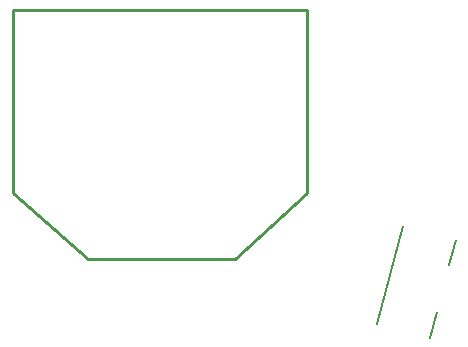
<source format=gbr>
%TF.GenerationSoftware,KiCad,Pcbnew,(5.1.8)-1*%
%TF.CreationDate,2021-01-11T11:59:14-08:00*%
%TF.ProjectId,v2attemptBlinky,76326174-7465-46d7-9074-426c696e6b79,rev?*%
%TF.SameCoordinates,Original*%
%TF.FileFunction,Legend,Bot*%
%TF.FilePolarity,Positive*%
%FSLAX46Y46*%
G04 Gerber Fmt 4.6, Leading zero omitted, Abs format (unit mm)*
G04 Created by KiCad (PCBNEW (5.1.8)-1) date 2021-01-11 11:59:14*
%MOMM*%
%LPD*%
G01*
G04 APERTURE LIST*
%ADD10C,0.150000*%
%ADD11C,0.254000*%
%ADD12O,2.600000X4.100000*%
%ADD13C,17.372000*%
%ADD14C,1.900000*%
G04 APERTURE END LIST*
D10*
%TO.C,SW1*%
X135086353Y-108958987D02*
X134491069Y-111180617D01*
X136716913Y-102873654D02*
X136147511Y-104998691D01*
X132273654Y-101683087D02*
X130047811Y-109990049D01*
D11*
%TO.C,BT1*%
X124078000Y-83394000D02*
X124078000Y-98888000D01*
X99186000Y-83394000D02*
X99186000Y-98888000D01*
X124078000Y-83394000D02*
X99186000Y-83394000D01*
X105536000Y-104476000D02*
X99186000Y-98888000D01*
X117982000Y-104476000D02*
X124078000Y-98888000D01*
X117982000Y-104476000D02*
X105536000Y-104476000D01*
%TD*%
%LPC*%
%TO.C,SW1*%
G36*
G01*
X131990994Y-109113101D02*
X133246698Y-109449565D01*
G75*
G02*
X134059871Y-110858022I-297642J-1110815D01*
G01*
X134059871Y-110858022D01*
G75*
G02*
X132651414Y-111671195I-1110815J297642D01*
G01*
X131395710Y-111334731D01*
G75*
G02*
X130582537Y-109926274I297642J1110815D01*
G01*
X130582537Y-109926274D01*
G75*
G02*
X131990994Y-109113101I1110815J-297642D01*
G01*
G37*
G36*
G01*
X134113310Y-101192509D02*
X135369014Y-101528973D01*
G75*
G02*
X136182187Y-102937430I-297642J-1110815D01*
G01*
X136182187Y-102937430D01*
G75*
G02*
X134773730Y-103750603I-1110815J297642D01*
G01*
X133518026Y-103414139D01*
G75*
G02*
X132704853Y-102005682I297642J1110815D01*
G01*
X132704853Y-102005682D01*
G75*
G02*
X134113310Y-101192509I1110815J-297642D01*
G01*
G37*
G36*
G01*
X132588816Y-107461552D02*
X133554742Y-107720372D01*
G75*
G02*
X134120428Y-108700168I-207055J-772741D01*
G01*
X134120428Y-108700168D01*
G75*
G02*
X133140632Y-109265854I-772741J207055D01*
G01*
X132174706Y-109007034D01*
G75*
G02*
X131609020Y-108027238I207055J772741D01*
G01*
X131609020Y-108027238D01*
G75*
G02*
X132588816Y-107461552I772741J-207055D01*
G01*
G37*
G36*
G01*
X133106454Y-105529701D02*
X134072380Y-105788521D01*
G75*
G02*
X134638066Y-106768317I-207055J-772741D01*
G01*
X134638066Y-106768317D01*
G75*
G02*
X133658270Y-107334003I-772741J207055D01*
G01*
X132692344Y-107075183D01*
G75*
G02*
X132126658Y-106095387I207055J772741D01*
G01*
X132126658Y-106095387D01*
G75*
G02*
X133106454Y-105529701I772741J-207055D01*
G01*
G37*
G36*
G01*
X132899648Y-103403736D02*
X135314463Y-104050783D01*
G75*
G02*
X135349818Y-104112020I-12941J-48296D01*
G01*
X134961589Y-105560909D01*
G75*
G02*
X134900352Y-105596264I-48296J12941D01*
G01*
X132485537Y-104949217D01*
G75*
G02*
X132450182Y-104887980I12941J48296D01*
G01*
X132838411Y-103439091D01*
G75*
G02*
X132899648Y-103403736I48296J-12941D01*
G01*
G37*
%TD*%
D12*
%TO.C,BT1*%
X122300000Y-93300000D03*
X101218000Y-93300000D03*
D13*
X111759000Y-93300000D03*
%TD*%
%TO.C,D1*%
G36*
G01*
X96600000Y-112950000D02*
X98400000Y-112950000D01*
G75*
G02*
X98450000Y-113000000I0J-50000D01*
G01*
X98450000Y-114800000D01*
G75*
G02*
X98400000Y-114850000I-50000J0D01*
G01*
X96600000Y-114850000D01*
G75*
G02*
X96550000Y-114800000I0J50000D01*
G01*
X96550000Y-113000000D01*
G75*
G02*
X96600000Y-112950000I50000J0D01*
G01*
G37*
D14*
X97500000Y-116440000D03*
%TD*%
%TO.C,D2*%
G36*
G01*
X110900000Y-116950000D02*
X112700000Y-116950000D01*
G75*
G02*
X112750000Y-117000000I0J-50000D01*
G01*
X112750000Y-118800000D01*
G75*
G02*
X112700000Y-118850000I-50000J0D01*
G01*
X110900000Y-118850000D01*
G75*
G02*
X110850000Y-118800000I0J50000D01*
G01*
X110850000Y-117000000D01*
G75*
G02*
X110900000Y-116950000I50000J0D01*
G01*
G37*
X111800000Y-120440000D03*
%TD*%
%TO.C,D3*%
X124500000Y-114640000D03*
G36*
G01*
X123600000Y-111150000D02*
X125400000Y-111150000D01*
G75*
G02*
X125450000Y-111200000I0J-50000D01*
G01*
X125450000Y-113000000D01*
G75*
G02*
X125400000Y-113050000I-50000J0D01*
G01*
X123600000Y-113050000D01*
G75*
G02*
X123550000Y-113000000I0J50000D01*
G01*
X123550000Y-111200000D01*
G75*
G02*
X123600000Y-111150000I50000J0D01*
G01*
G37*
%TD*%
M02*

</source>
